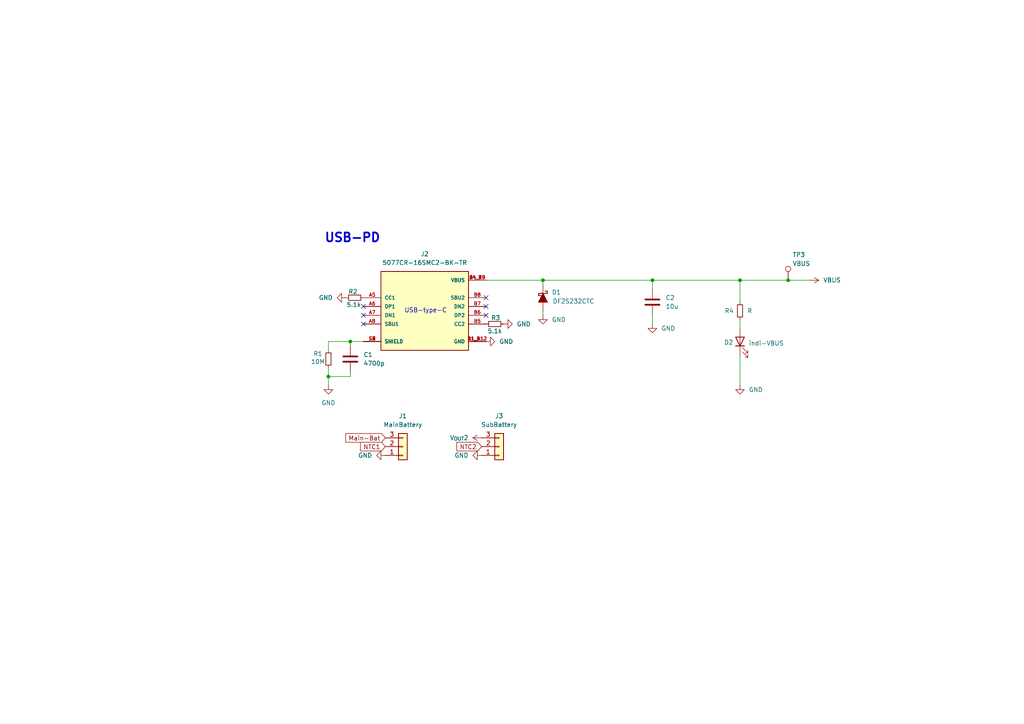
<source format=kicad_sch>
(kicad_sch (version 20231120) (generator "eeschema") (generator_version "8.0")
  (paper "A4")
  (lib_symbols
    (symbol "5077CR-16SMC2-BK-TR:5077CR-16SMC2-BK-TR" (pin_names (offset 1.016))
      (property "Reference" "J" (at -12.7 10.922 0))
      (property "Value" "5077CR-16SMC2-BK-TR" (at -12.7 -15.24 0))
      (symbol "5077CR-16SMC2-BK-TR_0_0"
        (rectangle (start -12.7 -12.7) (end 12.7 10.16) (stroke (width 0.254)) (fill (type background)))
        (pin power_in line (at 17.78 -10.16 180) (length 5.08) (name "GND") (number "A1_B12"))
        (pin power_in line (at 17.78 7.62 180) (length 5.08) (name "VBUS") (number "A4_B9"))
        (pin passive line (at -17.78 2.54 0) (length 5.08) (name "CC1") (number "A5"))
        (pin passive line (at -17.78 0 0) (length 5.08) (name "DP1") (number "A6"))
        (pin passive line (at -17.78 -2.54 0) (length 5.08) (name "DN1") (number "A7"))
        (pin passive line (at -17.78 -5.08 0) (length 5.08) (name "SBU1") (number "A8"))
        (pin power_in line (at 17.78 -10.16 180) (length 5.08) (name "GND") (number "B1_A12"))
        (pin power_in line (at 17.78 7.62 180) (length 5.08) (name "VBUS") (number "B4_A9"))
        (pin passive line (at 17.78 -5.08 180) (length 5.08) (name "CC2") (number "B5"))
        (pin passive line (at 17.78 -2.54 180) (length 5.08) (name "DP2") (number "B6"))
        (pin passive line (at 17.78 0 180) (length 5.08) (name "DN2") (number "B7"))
        (pin passive line (at 17.78 2.54 180) (length 5.08) (name "SBU2") (number "B8"))
        (pin passive line (at -17.78 -10.16 0) (length 5.08) (name "SHIELD") (number "S1"))
        (pin passive line (at -17.78 -10.16 0) (length 5.08) (name "SHIELD") (number "S2"))
        (pin passive line (at -17.78 -10.16 0) (length 5.08) (name "SHIELD") (number "S3"))
        (pin passive line (at -17.78 -10.16 0) (length 5.08) (name "SHIELD") (number "S4"))
      )
    )
    (symbol "Connector:TestPoint" (pin_numbers hide) (pin_names (offset 0.762) hide)
      (property "Reference" "TP" (at 0 6.858 0))
      (property "Value" "TestPoint" (at 0 5.08 0))
      (symbol "TestPoint_0_1"
        (circle (center 0 3.302) (radius 0.762))
      )
      (symbol "TestPoint_1_1"
        (pin passive line (at 0 0 90) (length 2.54) (name "1") (number "1"))
      )
    )
    (symbol "Connector_Generic:Conn_01x03" (pin_names (offset 1.016) hide)
      (property "Reference" "J" (at 0 5.08 0))
      (property "Value" "Conn_01x03" (at 0 -5.08 0))
      (symbol "Conn_01x03_1_1"
        (rectangle (start -1.27 -2.413) (end 0 -2.667) (stroke (width 0.1524)))
        (rectangle (start -1.27 0.127) (end 0 -0.127) (stroke (width 0.1524)))
        (rectangle (start -1.27 2.667) (end 0 2.413) (stroke (width 0.1524)))
        (rectangle (start -1.27 3.81) (end 1.27 -3.81) (stroke (width 0.254)) (fill (type background)))
        (pin passive line (at -5.08 2.54 0) (length 3.81) (name "Pin_1") (number "1"))
        (pin passive line (at -5.08 0 0) (length 3.81) (name "Pin_2") (number "2"))
        (pin passive line (at -5.08 -2.54 0) (length 3.81) (name "Pin_3") (number "3"))
      )
    )
    (symbol "Device:C" (pin_numbers hide) (pin_names (offset 0.254))
      (property "Reference" "C" (at 0.635 2.54 0))
      (property "Value" "C" (at 0.635 -2.54 0))
      (symbol "C_0_1"
        (polyline (pts (xy -2.032 -0.762) (xy 2.032 -0.762)) (stroke (width 0.508)))
        (polyline (pts (xy -2.032 0.762) (xy 2.032 0.762)) (stroke (width 0.508)))
      )
      (symbol "C_1_1"
        (pin passive line (at 0 3.81 270) (length 2.794) (name "~") (number "1"))
        (pin passive line (at 0 -3.81 90) (length 2.794) (name "~") (number "2"))
      )
    )
    (symbol "Device:D_Schottky_Filled" (pin_numbers hide) (pin_names (offset 1.016) hide)
      (property "Reference" "D" (at 0 2.54 0))
      (property "Value" "D_Schottky_Filled" (at 0 -2.54 0))
      (symbol "D_Schottky_Filled_0_1"
        (polyline (pts (xy 1.27 0) (xy -1.27 0)))
        (polyline (pts (xy 1.27 1.27) (xy 1.27 -1.27) (xy -1.27 0) (xy 1.27 1.27)) (stroke (width 0.254)) (fill (type outline)))
        (polyline (pts (xy -1.905 0.635) (xy -1.905 1.27) (xy -1.27 1.27) (xy -1.27 -1.27) (xy -0.635 -1.27) (xy -0.635 -0.635)) (stroke (width 0.254)))
      )
      (symbol "D_Schottky_Filled_1_1"
        (pin passive line (at -3.81 0 0) (length 2.54) (name "K") (number "1"))
        (pin passive line (at 3.81 0 180) (length 2.54) (name "A") (number "2"))
      )
    )
    (symbol "Device:LED" (pin_numbers hide) (pin_names (offset 1.016) hide)
      (property "Reference" "D" (at 0 2.54 0))
      (property "Value" "LED" (at 0 -2.54 0))
      (symbol "LED_0_1"
        (polyline (pts (xy -1.27 -1.27) (xy -1.27 1.27)) (stroke (width 0.254)))
        (polyline (pts (xy -1.27 0) (xy 1.27 0)))
        (polyline (pts (xy 1.27 -1.27) (xy 1.27 1.27) (xy -1.27 0) (xy 1.27 -1.27)) (stroke (width 0.254)))
        (polyline (pts (xy -3.048 -0.762) (xy -4.572 -2.286) (xy -3.81 -2.286) (xy -4.572 -2.286) (xy -4.572 -1.524)))
        (polyline (pts (xy -1.778 -0.762) (xy -3.302 -2.286) (xy -2.54 -2.286) (xy -3.302 -2.286) (xy -3.302 -1.524)))
      )
      (symbol "LED_1_1"
        (pin passive line (at -3.81 0 0) (length 2.54) (name "K") (number "1"))
        (pin passive line (at 3.81 0 180) (length 2.54) (name "A") (number "2"))
      )
    )
    (symbol "Device:R_Small" (pin_numbers hide) (pin_names (offset 0.254) hide)
      (property "Reference" "R" (at 0.762 0.508 0))
      (property "Value" "R_Small" (at 0.762 -1.016 0))
      (symbol "R_Small_0_1"
        (rectangle (start -0.762 1.778) (end 0.762 -1.778) (stroke (width 0.2032)))
      )
      (symbol "R_Small_1_1"
        (pin passive line (at 0 2.54 270) (length 0.762) (name "~") (number "1"))
        (pin passive line (at 0 -2.54 90) (length 0.762) (name "~") (number "2"))
      )
    )
    (symbol "power:GND" (power) (pin_numbers hide) (pin_names (offset 0) hide)
      (property "Value" "GND" (at 0 -3.81 0))
      (symbol "GND_0_1"
        (polyline (pts (xy 0 0) (xy 0 -1.27) (xy 1.27 -1.27) (xy 0 -2.54) (xy -1.27 -1.27) (xy 0 -1.27)))
      )
      (symbol "GND_1_1"
        (pin power_in line (at 0 0 270) (length 0) (name "~") (number "1"))
      )
    )
    (symbol "power:VBUS" (power) (pin_numbers hide) (pin_names (offset 0) hide)
      (property "Value" "VBUS" (at 0 3.556 0))
      (symbol "VBUS_0_1"
        (polyline (pts (xy -0.762 1.27) (xy 0 2.54)))
        (polyline (pts (xy 0 0) (xy 0 2.54)))
        (polyline (pts (xy 0 2.54) (xy 0.762 1.27)))
      )
      (symbol "VBUS_1_1"
        (pin power_in line (at 0 0 90) (length 0) (name "~") (number "1"))
      )
    )
    (symbol "power:VCC" (power) (pin_numbers hide) (pin_names (offset 0) hide)
      (property "Value" "VCC" (at 0 3.556 0))
      (symbol "VCC_0_1"
        (polyline (pts (xy -0.762 1.27) (xy 0 2.54)))
        (polyline (pts (xy 0 0) (xy 0 2.54)))
        (polyline (pts (xy 0 2.54) (xy 0.762 1.27)))
      )
      (symbol "VCC_1_1"
        (pin power_in line (at 0 0 90) (length 0) (name "~") (number "1"))
      )
    )
  )
  (junction (at 228.6 81.28))
  (junction (at 189.23 81.28))
  (junction (at 95.25 109.22))
  (junction (at 101.6 99.06))
  (junction (at 214.63 81.28))
  (junction (at 157.48 81.28))
  (no_connect (at 140.97 91.44))
  (no_connect (at 105.41 91.44))
  (no_connect (at 105.41 93.98))
  (no_connect (at 105.41 88.9))
  (no_connect (at 140.97 88.9))
  (no_connect (at 140.97 86.36))
  (wire (pts (xy 189.23 91.44) (xy 189.23 93.98)))
  (wire (pts (xy 95.25 109.22) (xy 95.25 111.76)))
  (wire (pts (xy 101.6 109.22) (xy 101.6 107.95)))
  (wire (pts (xy 189.23 83.82) (xy 189.23 81.28)))
  (wire (pts (xy 101.6 99.06) (xy 95.25 99.06)))
  (wire (pts (xy 105.41 99.06) (xy 101.6 99.06)))
  (wire (pts (xy 228.6 81.28) (xy 234.95 81.28)))
  (wire (pts (xy 140.97 81.28) (xy 157.48 81.28)))
  (wire (pts (xy 214.63 81.28) (xy 228.6 81.28)))
  (wire (pts (xy 214.63 92.71) (xy 214.63 95.25)))
  (wire (pts (xy 101.6 109.22) (xy 95.25 109.22)))
  (wire (pts (xy 157.48 91.44) (xy 157.48 90.17)))
  (wire (pts (xy 157.48 82.55) (xy 157.48 81.28)))
  (wire (pts (xy 95.25 109.22) (xy 95.25 106.68)))
  (wire (pts (xy 95.25 99.06) (xy 95.25 101.6)))
  (wire (pts (xy 157.48 81.28) (xy 189.23 81.28)))
  (wire (pts (xy 214.63 102.87) (xy 214.63 111.76)))
  (wire (pts (xy 101.6 99.06) (xy 101.6 100.33)))
  (wire (pts (xy 214.63 81.28) (xy 214.63 87.63)))
  (wire (pts (xy 189.23 81.28) (xy 214.63 81.28)))
  (text "USB-PD" (at 93.98 69.088 0) (effects (font (size 2.54 2.54) (thickness 0.508) (bold yes)) (justify left)))
  (text "USB-type-C" (at 123.444 90.17 0) (effects (font (size 1.27 1.27))))
  (global_label "NTC1" (shape input) (at 111.76 129.54 180) (property "Intersheetrefs" "${INTERSHEET_REFS}" (effects (hide yes))))
  (global_label "Main-Bat" (shape input) (at 111.76 127 180) (property "Intersheetrefs" "${INTERSHEET_REFS}" (effects (hide yes))))
  (global_label "NTC2" (shape input) (at 139.7 129.54 180) (property "Intersheetrefs" "${INTERSHEET_REFS}" (effects (hide yes))))
  (symbol (lib_id "power:VBUS") (at 234.95 81.28 270) (unit 1)
    (property "Reference" "#PWR013" (effects (hide yes)))
    (property "Value" "VBUS" (at 238.76 81.2799 90) (effects (justify left)))
    (property "Description" "Power symbol creates a global label with name \"VBUS\"" (effects (hide yes)))
  )
  (symbol (lib_id "power:GND") (at 214.63 111.76 0) (unit 1)
    (property "Reference" "#PWR012" (effects (hide yes)))
    (property "Value" "GND" (at 217.17 113.0299 0) (effects (justify left)))
    (property "Description" "Power symbol creates a global label with name \"GND\" , ground" (effects (hide yes)))
  )
  (symbol (lib_id "power:GND") (at 100.33 86.36 270) (unit 1)
    (property "Reference" "#PWR04" (effects (hide yes)))
    (property "Value" "GND" (at 96.52 86.3599 90) (effects (justify right)))
    (property "Description" "Power symbol creates a global label with name \"GND\" , ground" (effects (hide yes)))
  )
  (symbol (lib_id "5077CR-16SMC2-BK-TR:5077CR-16SMC2-BK-TR") (at 123.19 88.9 0) (unit 1)
    (property "Reference" "J2" (at 123.19 73.66 0))
    (property "Value" "5077CR-16SMC2-BK-TR" (at 123.19 76.2 0))
    (property "Footprint" "5077CR-16SMC2-BK-TR:NELTRON_5077CR-16SMC2-BK-TR" (effects (hide yes)))
    (property "MF" "Neltron" (effects (hide yes)))
    (property "MAXIMUM_PACKAGE_HEIGHT" "3.26mm" (effects (hide yes)))
    (property "Package" "Package" (effects (hide yes)))
    (property "Price" "None" (effects (hide yes)))
    (property "Check_prices" "https://www.snapeda.com/parts/5077CR-16SMC2-BK-TR/Neltron/view-part/?ref=eda" (effects (hide yes)))
    (property "STANDARD" "Manufacturer Recommendations" (effects (hide yes)))
    (property "PARTREV" "B" (effects (hide yes)))
    (property "SnapEDA_Link" "https://www.snapeda.com/parts/5077CR-16SMC2-BK-TR/Neltron/view-part/?ref=snap" (effects (hide yes)))
    (property "MP" "5077CR-16SMC2-BK-TR" (effects (hide yes)))
    (property "Description_1" "\nUSB 3.1 C Type Female with Peg\n" (effects (hide yes)))
    (property "MANUFACTURER" "Neltron" (effects (hide yes)))
    (property "Availability" "Not in stock" (effects (hide yes)))
    (property "SNAPEDA_PN" "5077CR-16SMC2-BK-TR" (effects (hide yes)))
  )
  (symbol (lib_id "power:GND") (at 146.05 93.98 90) (unit 1)
    (property "Reference" "#PWR09" (effects (hide yes)))
    (property "Value" "GND" (at 149.86 93.9799 90) (effects (justify right)))
    (property "Description" "Power symbol creates a global label with name \"GND\" , ground" (effects (hide yes)))
  )
  (symbol (lib_id "power:GND") (at 140.97 99.06 90) (unit 1)
    (property "Reference" "#PWR08" (effects (hide yes)))
    (property "Value" "GND" (at 144.78 99.0599 90) (effects (justify right)))
    (property "Description" "Power symbol creates a global label with name \"GND\" , ground" (effects (hide yes)))
  )
  (symbol (lib_id "Device:D_Schottky_Filled") (at 157.48 86.36 270) (unit 1)
    (property "Reference" "D1" (at 160.02 84.7724 90) (effects (justify left)))
    (property "Value" "DF2S232CTC" (at 160.274 87.376 90) (effects (justify left)))
    (property "Footprint" "Diode_SMD:D_0603_1608Metric_Pad1.05x0.95mm_HandSolder" (effects (hide yes)))
    (property "Description" "Schottky diode, filled shape" (effects (hide yes)))
  )
  (symbol (lib_id "Device:R_Small") (at 102.87 86.36 90) (unit 1)
    (property "Reference" "R2" (at 102.362 84.582 90))
    (property "Value" "5.1k" (at 102.616 88.392 90))
    (property "Footprint" "Resistor_SMD:R_0603_1608Metric_Pad0.98x0.95mm_HandSolder" (effects (hide yes)))
    (property "Description" "Resistor, small symbol" (effects (hide yes)))
  )
  (symbol (lib_id "power:GND") (at 189.23 93.98 0) (unit 1)
    (property "Reference" "#PWR011" (effects (hide yes)))
    (property "Value" "GND" (at 191.77 95.2499 0) (effects (justify left)))
    (property "Description" "Power symbol creates a global label with name \"GND\" , ground" (effects (hide yes)))
  )
  (symbol (lib_id "power:GND") (at 157.48 91.44 0) (unit 1)
    (property "Reference" "#PWR010" (effects (hide yes)))
    (property "Value" "GND" (at 160.02 92.7099 0) (effects (justify left)))
    (property "Description" "Power symbol creates a global label with name \"GND\" , ground" (effects (hide yes)))
  )
  (symbol (lib_id "Device:C") (at 101.6 104.14 0) (unit 1)
    (property "Reference" "C1" (at 105.41 102.8699 0) (effects (justify left)))
    (property "Value" "4700p" (at 105.41 105.4099 0) (effects (justify left)))
    (property "Footprint" "Capacitor_SMD:C_1206_3216Metric_Pad1.33x1.80mm_HandSolder" (effects (hide yes)))
    (property "Description" "Unpolarized capacitor" (effects (hide yes)))
  )
  (symbol (lib_id "Device:C") (at 189.23 87.63 0) (unit 1)
    (property "Reference" "C2" (at 193.04 86.3599 0) (effects (justify left)))
    (property "Value" "10u" (at 193.04 88.8999 0) (effects (justify left)))
    (property "Footprint" "Capacitor_SMD:C_0805_2012Metric_Pad1.18x1.45mm_HandSolder" (effects (hide yes)))
    (property "Description" "Unpolarized capacitor" (effects (hide yes)))
  )
  (symbol (lib_id "Connector_Generic:Conn_01x03") (at 144.78 129.54 0) (mirror x) (unit 1)
    (property "Reference" "J3" (at 144.78 120.65 0))
    (property "Value" "SubBattery" (at 144.78 123.19 0))
    (property "Footprint" "Connector_JST:JST_XA_B03B-XASK-1_1x03_P2.50mm_Vertical" (effects (hide yes)))
    (property "Description" "Generic connector, single row, 01x03, script generated (kicad-library-utils/schlib/autogen/connector/)" (effects (hide yes)))
  )
  (symbol (lib_id "Connector_Generic:Conn_01x03") (at 116.84 129.54 0) (mirror x) (unit 1)
    (property "Reference" "J1" (at 116.84 120.65 0))
    (property "Value" "MainBattery" (at 116.84 123.19 0))
    (property "Footprint" "Connector_JST:JST_XA_B03B-XASK-1_1x03_P2.50mm_Vertical" (effects (hide yes)))
    (property "Description" "Generic connector, single row, 01x03, script generated (kicad-library-utils/schlib/autogen/connector/)" (effects (hide yes)))
  )
  (symbol (lib_id "Device:LED") (at 214.63 99.06 90) (unit 1)
    (property "Reference" "D2" (at 211.328 99.314 90))
    (property "Value" "indi-VBUS" (at 222.25 99.568 90))
    (property "Footprint" "LED_SMD:LED_0603_1608Metric" (effects (hide yes)))
    (property "Description" "Light emitting diode" (effects (hide yes)))
  )
  (symbol (lib_id "Connector:TestPoint") (at 228.6 81.28 0) (unit 1)
    (property "Reference" "TP3" (at 229.87 73.914 0) (effects (justify left)))
    (property "Value" "VBUS" (at 229.87 76.454 0) (effects (justify left)))
    (property "Footprint" "Connector_Pin:Pin_D1.1mm_L8.5mm_W2.5mm_FlatFork" (effects (hide yes)))
    (property "Description" "test point" (effects (hide yes)))
  )
  (symbol (lib_id "Device:R_Small") (at 95.25 104.14 180) (unit 1)
    (property "Reference" "R1" (at 92.202 102.616 0))
    (property "Value" "10M" (at 92.202 104.902 0))
    (property "Footprint" "Resistor_SMD:R_0603_1608Metric_Pad0.98x0.95mm_HandSolder" (effects (hide yes)))
    (property "Description" "Resistor, small symbol" (effects (hide yes)))
  )
  (symbol (lib_id "power:GND") (at 95.25 111.76 0) (unit 1)
    (property "Reference" "#PWR03" (effects (hide yes)))
    (property "Value" "GND" (at 95.25 116.84 0))
    (property "Description" "Power symbol creates a global label with name \"GND\" , ground" (effects (hide yes)))
  )
  (symbol (lib_id "power:GND") (at 139.7 132.08 270) (unit 1)
    (property "Reference" "#PWR07" (effects (hide yes)))
    (property "Value" "GND" (at 135.89 132.0799 90) (effects (justify right)))
    (property "Description" "Power symbol creates a global label with name \"GND\" , ground" (effects (hide yes)))
  )
  (symbol (lib_id "power:VCC") (at 139.7 127 90) (unit 1)
    (property "Reference" "#PWR06" (effects (hide yes)))
    (property "Value" "V_{OUT}2" (at 135.89 126.9999 90) (effects (justify left)))
    (property "Description" "Power symbol creates a global label with name \"VCC\"" (effects (hide yes)))
  )
  (symbol (lib_id "power:GND") (at 111.76 132.08 270) (unit 1)
    (property "Reference" "#PWR05" (effects (hide yes)))
    (property "Value" "GND" (at 107.95 132.0799 90) (effects (justify right)))
    (property "Description" "Power symbol creates a global label with name \"GND\" , ground" (effects (hide yes)))
  )
  (symbol (lib_id "Device:R_Small") (at 214.63 90.17 180) (unit 1)
    (property "Reference" "R4" (at 212.852 90.17 0) (effects (justify left)))
    (property "Value" "R" (at 218.186 90.17 0) (effects (justify left)))
    (property "Footprint" "Resistor_SMD:R_0603_1608Metric_Pad0.98x0.95mm_HandSolder" (effects (hide yes)))
    (property "Description" "Resistor, small symbol" (effects (hide yes)))
  )
  (symbol (lib_id "Device:R_Small") (at 143.51 93.98 90) (unit 1)
    (property "Reference" "R3" (at 143.764 92.202 90))
    (property "Value" "5.1k" (at 143.51 96.012 90))
    (property "Footprint" "Resistor_SMD:R_0603_1608Metric_Pad0.98x0.95mm_HandSolder" (effects (hide yes)))
    (property "Description" "Resistor, small symbol" (effects (hide yes)))
  )
)
</source>
